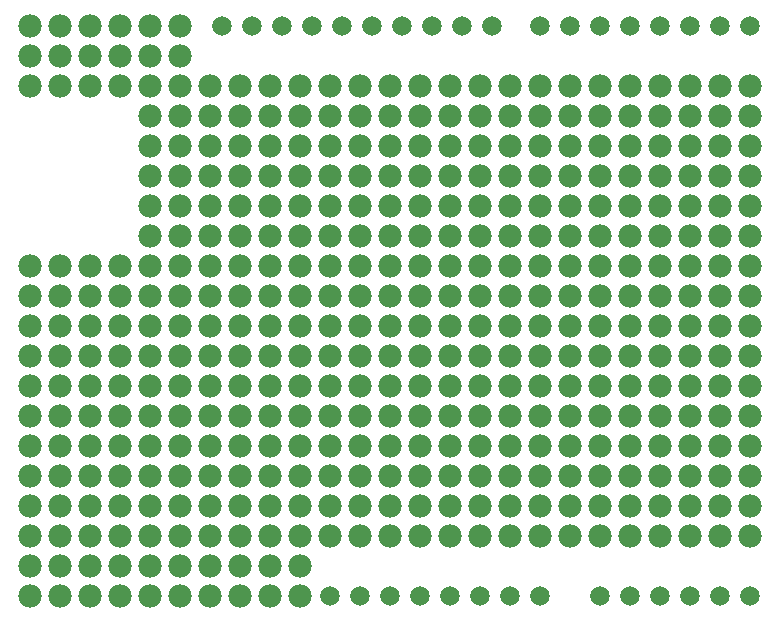
<source format=gbl>
G04 MADE WITH FRITZING*
G04 WWW.FRITZING.ORG*
G04 DOUBLE SIDED*
G04 HOLES PLATED*
G04 CONTOUR ON CENTER OF CONTOUR VECTOR*
%ASAXBY*%
%FSLAX23Y23*%
%MOIN*%
%OFA0B0*%
%SFA1.0B1.0*%
%ADD10C,0.065278*%
%ADD11C,0.078000*%
%LNCOPPER0*%
G90*
G70*
G54D10*
X2112Y94D03*
X2212Y94D03*
X2312Y94D03*
X2412Y94D03*
X2512Y94D03*
X1652Y1994D03*
X1552Y1994D03*
X1452Y1994D03*
X1352Y1994D03*
X1252Y1994D03*
X1152Y1994D03*
X1052Y1994D03*
X952Y1994D03*
X852Y1994D03*
X752Y1994D03*
X2512Y1994D03*
X2412Y1994D03*
X2312Y1994D03*
X2212Y1994D03*
X2112Y1994D03*
X2012Y1994D03*
X1912Y1994D03*
X1812Y1994D03*
X1212Y94D03*
X1112Y94D03*
X1312Y94D03*
X1412Y94D03*
X1512Y94D03*
X1612Y94D03*
X1712Y94D03*
X1812Y94D03*
X2012Y94D03*
G54D11*
X1312Y1794D03*
X1312Y1694D03*
X1312Y1594D03*
X1312Y1494D03*
X1312Y1394D03*
X1312Y1294D03*
X1312Y1194D03*
X1312Y1094D03*
X1312Y994D03*
X1312Y894D03*
X1312Y794D03*
X1312Y694D03*
X1312Y594D03*
X1312Y494D03*
X1312Y394D03*
X1312Y294D03*
X1212Y1794D03*
X1212Y1694D03*
X1212Y1594D03*
X1212Y1494D03*
X1212Y1394D03*
X1212Y1294D03*
X1212Y1194D03*
X1212Y1094D03*
X1212Y994D03*
X1212Y894D03*
X1212Y794D03*
X1212Y694D03*
X1212Y594D03*
X1212Y494D03*
X1212Y394D03*
X1212Y294D03*
X1412Y1794D03*
X1412Y1694D03*
X1412Y1594D03*
X1412Y1494D03*
X1412Y1394D03*
X1412Y1294D03*
X1412Y1194D03*
X1412Y1094D03*
X1412Y994D03*
X1412Y894D03*
X1412Y794D03*
X1412Y694D03*
X1112Y1794D03*
X1112Y1694D03*
X1112Y1594D03*
X1112Y1494D03*
X1112Y1394D03*
X1112Y1294D03*
X1112Y1194D03*
X1112Y1094D03*
X1112Y994D03*
X1112Y894D03*
X1112Y794D03*
X1112Y694D03*
X1112Y594D03*
X1112Y494D03*
X1112Y394D03*
X1112Y294D03*
X912Y1794D03*
X912Y1694D03*
X912Y1594D03*
X912Y1494D03*
X912Y1394D03*
X912Y1294D03*
X912Y1194D03*
X912Y1094D03*
X912Y994D03*
X912Y894D03*
X912Y794D03*
X912Y694D03*
X912Y594D03*
X912Y494D03*
X912Y394D03*
X912Y294D03*
X912Y194D03*
X912Y94D03*
X712Y1794D03*
X712Y1694D03*
X712Y1594D03*
X712Y1494D03*
X712Y1394D03*
X712Y1294D03*
X712Y1194D03*
X712Y1094D03*
X712Y994D03*
X712Y894D03*
X712Y794D03*
X712Y694D03*
X712Y594D03*
X712Y494D03*
X712Y394D03*
X712Y294D03*
X712Y194D03*
X712Y94D03*
X1012Y1794D03*
X1012Y1694D03*
X1012Y1594D03*
X1012Y1494D03*
X1912Y1794D03*
X1912Y1694D03*
X1912Y1594D03*
X1912Y1494D03*
X1912Y1394D03*
X1912Y1294D03*
X1912Y1194D03*
X1912Y1094D03*
X1912Y994D03*
X1912Y894D03*
X1912Y794D03*
X1912Y694D03*
X1912Y594D03*
X1912Y494D03*
X1912Y394D03*
X1912Y294D03*
X612Y1994D03*
X612Y1894D03*
X612Y1794D03*
X612Y1694D03*
X612Y1594D03*
X612Y1494D03*
X612Y1394D03*
X612Y1294D03*
X612Y1194D03*
X612Y1094D03*
X612Y994D03*
X612Y894D03*
X612Y794D03*
X612Y694D03*
X612Y594D03*
X612Y494D03*
X612Y394D03*
X612Y294D03*
X612Y194D03*
X612Y94D03*
X2312Y1794D03*
X2312Y1694D03*
X2312Y1594D03*
X2312Y1494D03*
X2312Y1394D03*
X2312Y1294D03*
X2312Y1194D03*
X2312Y1094D03*
X2312Y994D03*
X2312Y894D03*
X2312Y794D03*
X2312Y694D03*
X2312Y594D03*
X2312Y494D03*
X2312Y394D03*
X2312Y294D03*
X1012Y1394D03*
X1012Y1294D03*
X1012Y1194D03*
X1012Y1094D03*
X1012Y994D03*
X1012Y894D03*
X1012Y794D03*
X1012Y694D03*
X1012Y594D03*
X1012Y494D03*
X1012Y394D03*
X1012Y294D03*
X1012Y194D03*
X1012Y94D03*
X2412Y1794D03*
X2412Y1694D03*
X2412Y1594D03*
X2412Y1494D03*
X2412Y1394D03*
X2412Y1294D03*
X2412Y1194D03*
X2412Y1094D03*
X2412Y994D03*
X2412Y894D03*
X2412Y794D03*
X2412Y694D03*
X2412Y594D03*
X2412Y494D03*
X2412Y394D03*
X2412Y294D03*
X2212Y1794D03*
X2212Y1694D03*
X2212Y1594D03*
X2212Y1494D03*
X2212Y1394D03*
X2212Y1294D03*
X2212Y1194D03*
X2212Y1094D03*
X2212Y994D03*
X2212Y894D03*
X2212Y794D03*
X2212Y694D03*
X2212Y594D03*
X2212Y494D03*
X2212Y394D03*
X2212Y294D03*
X1812Y1794D03*
X1812Y1694D03*
X1812Y1594D03*
X1812Y1494D03*
X1812Y1394D03*
X1812Y1294D03*
X1812Y1194D03*
X1812Y1094D03*
X1812Y994D03*
X1812Y894D03*
X1812Y794D03*
X1812Y694D03*
X1812Y594D03*
X1812Y494D03*
X1812Y394D03*
X1812Y294D03*
X2012Y1794D03*
X2012Y1694D03*
X2012Y1594D03*
X2012Y1494D03*
X2012Y1394D03*
X2012Y1294D03*
X2012Y1194D03*
X2012Y1094D03*
X2012Y994D03*
X2012Y894D03*
X2012Y794D03*
X2012Y694D03*
X2012Y594D03*
X2012Y494D03*
X2012Y394D03*
X2012Y294D03*
X2112Y1794D03*
X2112Y1694D03*
X2112Y1594D03*
X2112Y1494D03*
X2112Y1394D03*
X2112Y1294D03*
X2112Y1194D03*
X2112Y1094D03*
X2112Y994D03*
X2112Y894D03*
X2112Y794D03*
X2112Y694D03*
X2112Y594D03*
X2112Y494D03*
X2112Y394D03*
X2112Y294D03*
X812Y1794D03*
X812Y1694D03*
X812Y1594D03*
X812Y1494D03*
X812Y1394D03*
X812Y1294D03*
X812Y1194D03*
X812Y1094D03*
X812Y994D03*
X812Y894D03*
X812Y794D03*
X812Y694D03*
X812Y594D03*
X812Y494D03*
X812Y394D03*
X812Y294D03*
X812Y194D03*
X812Y94D03*
X512Y1994D03*
X512Y1894D03*
X512Y1794D03*
X512Y1694D03*
X512Y1594D03*
X512Y1494D03*
X512Y1394D03*
X512Y1294D03*
X512Y1194D03*
X512Y1094D03*
X512Y994D03*
X512Y894D03*
X512Y794D03*
X512Y694D03*
X512Y594D03*
X512Y494D03*
X512Y394D03*
X512Y294D03*
X512Y194D03*
X512Y94D03*
X212Y1994D03*
X212Y1894D03*
X212Y1794D03*
X1412Y594D03*
X1412Y494D03*
X1412Y394D03*
X1412Y294D03*
X312Y1994D03*
X312Y1894D03*
X312Y1794D03*
X112Y1994D03*
X112Y1894D03*
X112Y1794D03*
X2512Y1794D03*
X2512Y1694D03*
X2512Y1594D03*
X2512Y1494D03*
X2512Y1394D03*
X2512Y1294D03*
X2512Y1194D03*
X2512Y1094D03*
X2512Y994D03*
X2512Y894D03*
X2512Y794D03*
X2512Y694D03*
X2512Y594D03*
X2512Y494D03*
X2512Y394D03*
X2512Y294D03*
X412Y1994D03*
X412Y1894D03*
X412Y1794D03*
X412Y1194D03*
X412Y1094D03*
X412Y994D03*
X412Y894D03*
X412Y794D03*
X412Y694D03*
X412Y594D03*
X412Y494D03*
X412Y394D03*
X412Y294D03*
X412Y194D03*
X412Y94D03*
X1712Y1794D03*
X1712Y1694D03*
X1712Y1594D03*
X1712Y1494D03*
X1712Y1394D03*
X1712Y1294D03*
X1712Y1194D03*
X1712Y1094D03*
X1712Y994D03*
X1712Y894D03*
X1712Y794D03*
X1712Y694D03*
X1512Y1794D03*
X1512Y1694D03*
X1512Y1594D03*
X1512Y1494D03*
X1512Y1394D03*
X1512Y1294D03*
X1512Y1194D03*
X1512Y1094D03*
X1512Y994D03*
X1512Y894D03*
X1512Y794D03*
X1512Y694D03*
X312Y1194D03*
X312Y1094D03*
X312Y994D03*
X312Y894D03*
X312Y794D03*
X312Y694D03*
X312Y594D03*
X312Y494D03*
X312Y394D03*
X312Y294D03*
X312Y194D03*
X312Y94D03*
X1612Y1794D03*
X1612Y1694D03*
X1612Y1594D03*
X1612Y1494D03*
X1612Y1394D03*
X1612Y1294D03*
X1612Y1194D03*
X1612Y1094D03*
X1612Y994D03*
X1612Y894D03*
X1612Y794D03*
X1612Y694D03*
X1512Y594D03*
X1512Y494D03*
X1512Y394D03*
X1512Y294D03*
X212Y1194D03*
X212Y1094D03*
X212Y994D03*
X212Y894D03*
X212Y794D03*
X212Y694D03*
X212Y594D03*
X212Y494D03*
X212Y394D03*
X212Y294D03*
X212Y194D03*
X212Y94D03*
X1612Y594D03*
X1612Y494D03*
X1612Y394D03*
X1612Y294D03*
X1612Y594D03*
X1612Y494D03*
X1612Y394D03*
X1612Y294D03*
X1712Y294D03*
X1712Y394D03*
X1712Y494D03*
X1712Y594D03*
X112Y1194D03*
X112Y1094D03*
X112Y994D03*
X112Y894D03*
X112Y794D03*
X112Y694D03*
X112Y594D03*
X112Y494D03*
X112Y394D03*
X112Y294D03*
X112Y194D03*
X112Y94D03*
G04 End of Copper0*
M02*
</source>
